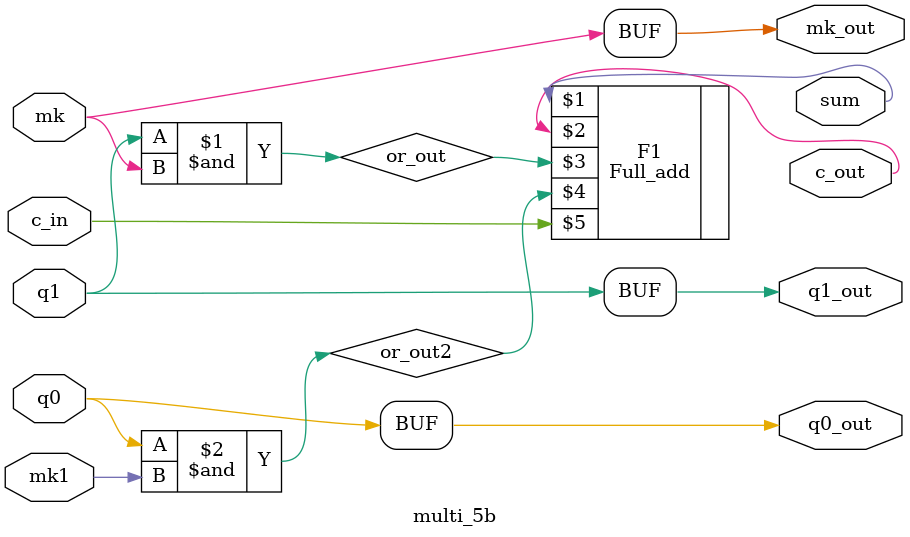
<source format=v>
`timescale 1ns / 1ps
module multi_5b(c_out, sum, mk_out, q0_out, q1_out, mk, q0, q1, c_in, mk1);
	output mk_out, q0_out, q1_out, sum, c_out;
	input q0, q1, mk, mk1, c_in;
	wire or_out, or_out2;
	
	and (or_out, q1, mk);
	and (or_out2, q0, mk1);
	
	and (mk_out, mk, mk);
	and (q0_out, q0, q0);
	and (q1_out, q1, q1);
	
	Full_add F1(sum, c_out, or_out, or_out2, c_in);

endmodule

</source>
